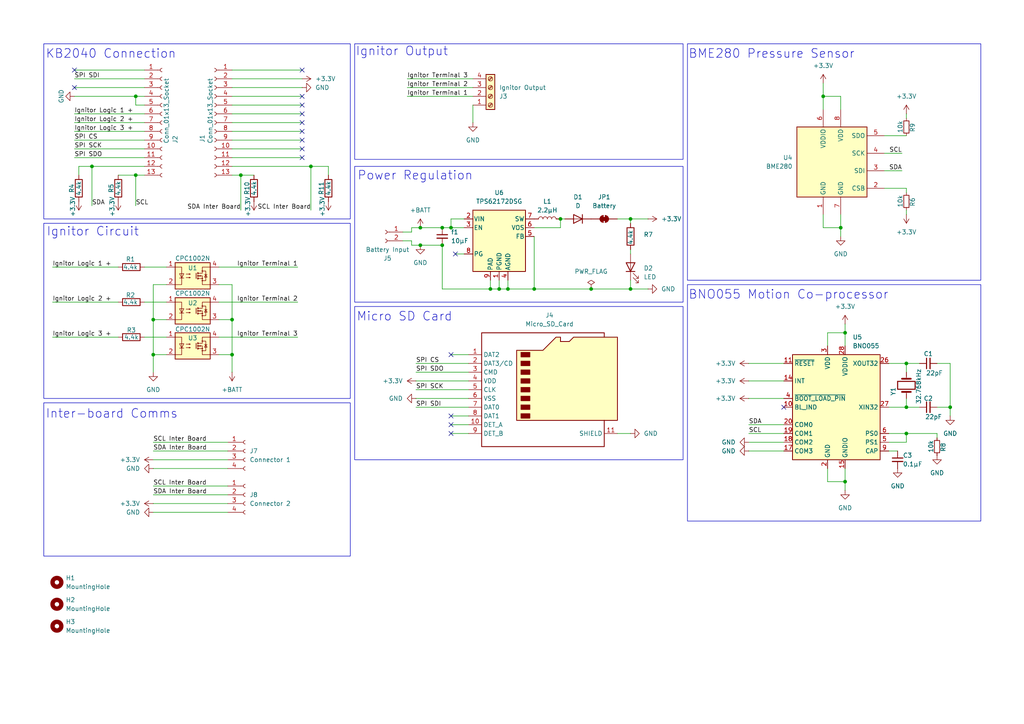
<source format=kicad_sch>
(kicad_sch (version 20231120) (generator "eeschema") (generator_version "8.0")
  (paper "A4")
  (title_block (title "UNL Aerospace Flight Computer") (date "2024-08-02") (rev "0.1.0"))
  (lib_symbols
    (symbol "Connector:Conn_01x02_Socket" (pin_names (offset 1.016) hide)
      (property "Reference" "J" (at 0 2.54 0))
      (property "Value" "Conn_01x02_Socket" (at 0 -5.08 0))
      (symbol "Conn_01x02_Socket_1_1"
        (pin passive line (at -5.08 0 0) (length 3.81) (name "Pin_1") (number "1"))
        (pin passive line (at -5.08 -2.54 0) (length 3.81) (name "Pin_2") (number "2"))
      )
    )
    (symbol "Connector:Conn_01x04_Socket" (pin_names (offset 1.016) hide)
      (property "Reference" "J" (at 0 5.08 0))
      (property "Value" "Conn_01x04_Socket" (at 0 -7.62 0))
      (symbol "Conn_01x04_Socket_1_1"
        (pin passive line (at -5.08 2.54 0) (length 3.81) (name "Pin_1") (number "1"))
        (pin passive line (at -5.08 0 0) (length 3.81) (name "Pin_2") (number "2"))
        (pin passive line (at -5.08 -2.54 0) (length 3.81) (name "Pin_3") (number "3"))
        (pin passive line (at -5.08 -5.08 0) (length 3.81) (name "Pin_4") (number "4"))
      )
    )
    (symbol "Connector:Conn_01x13_Socket" (pin_names (offset 1.016) hide)
      (property "Reference" "J" (at 0 17.78 0))
      (property "Value" "Conn_01x13_Socket" (at 0 -17.78 0))
      (symbol "Conn_01x13_Socket_1_1"
        (pin passive line (at -5.08 15.24 0) (length 3.81) (name "Pin_1") (number "1"))
        (pin passive line (at -5.08 -7.62 0) (length 3.81) (name "Pin_10") (number "10"))
        (pin passive line (at -5.08 -10.16 0) (length 3.81) (name "Pin_11") (number "11"))
        (pin passive line (at -5.08 -12.7 0) (length 3.81) (name "Pin_12") (number "12"))
        (pin passive line (at -5.08 -15.24 0) (length 3.81) (name "Pin_13") (number "13"))
        (pin passive line (at -5.08 12.7 0) (length 3.81) (name "Pin_2") (number "2"))
        (pin passive line (at -5.08 10.16 0) (length 3.81) (name "Pin_3") (number "3"))
        (pin passive line (at -5.08 7.62 0) (length 3.81) (name "Pin_4") (number "4"))
        (pin passive line (at -5.08 5.08 0) (length 3.81) (name "Pin_5") (number "5"))
        (pin passive line (at -5.08 2.54 0) (length 3.81) (name "Pin_6") (number "6"))
        (pin passive line (at -5.08 0 0) (length 3.81) (name "Pin_7") (number "7"))
        (pin passive line (at -5.08 -2.54 0) (length 3.81) (name "Pin_8") (number "8"))
        (pin passive line (at -5.08 -5.08 0) (length 3.81) (name "Pin_9") (number "9"))
      )
    )
    (symbol "Connector:Micro_SD_Card_Det_Hirose_DM3AT"
      (property "Reference" "J" (at -16.51 17.78 0))
      (property "Value" "Micro_SD_Card_Det_Hirose_DM3AT" (at 16.51 17.78 0))
      (symbol "Micro_SD_Card_Det_Hirose_DM3AT_1_1"
        (pin bidirectional line (at -22.86 10.16 0) (length 3.81) (name "DAT2") (number "1"))
        (pin passive line (at -22.86 -10.16 0) (length 3.81) (name "DET_A") (number "10"))
        (pin passive line (at 20.32 -12.7 180) (length 3.81) (name "SHIELD") (number "11"))
        (pin bidirectional line (at -22.86 7.62 0) (length 3.81) (name "DAT3/CD") (number "2"))
        (pin input line (at -22.86 5.08 0) (length 3.81) (name "CMD") (number "3"))
        (pin power_in line (at -22.86 2.54 0) (length 3.81) (name "VDD") (number "4"))
        (pin input line (at -22.86 0 0) (length 3.81) (name "CLK") (number "5"))
        (pin power_in line (at -22.86 -2.54 0) (length 3.81) (name "VSS") (number "6"))
        (pin bidirectional line (at -22.86 -5.08 0) (length 3.81) (name "DAT0") (number "7"))
        (pin bidirectional line (at -22.86 -7.62 0) (length 3.81) (name "DAT1") (number "8"))
        (pin passive line (at -22.86 -12.7 0) (length 3.81) (name "DET_B") (number "9"))
      )
    )
    (symbol "Connector:Screw_Terminal_01x04" (pin_names (offset 1.016) hide)
      (property "Reference" "J" (at 0 5.08 0))
      (property "Value" "Screw_Terminal_01x04" (at 0 -7.62 0))
      (symbol "Screw_Terminal_01x04_1_1"
        (pin passive line (at -5.08 2.54 0) (length 3.81) (name "Pin_1") (number "1"))
        (pin passive line (at -5.08 0 0) (length 3.81) (name "Pin_2") (number "2"))
        (pin passive line (at -5.08 -2.54 0) (length 3.81) (name "Pin_3") (number "3"))
        (pin passive line (at -5.08 -5.08 0) (length 3.81) (name "Pin_4") (number "4"))
      )
    )
    (symbol "Device:C_Small" (pin_numbers hide) (pin_names (offset 0.254) hide)
      (property "Reference" "C" (at 0.254 1.778 0))
      (property "Value" "C_Small" (at 0.254 -2.032 0))
      (symbol "C_Small_1_1"
        (pin passive line (at 0 2.54 270) (length 2.032) (name "~") (number "1"))
        (pin passive line (at 0 -2.54 90) (length 2.032) (name "~") (number "2"))
      )
    )
    (symbol "Device:Crystal" (pin_numbers hide) (pin_names (offset 1.016) hide)
      (property "Reference" "Y" (at 0 3.81 0))
      (property "Value" "Crystal" (at 0 -3.81 0))
      (symbol "Crystal_1_1"
        (pin passive line (at -3.81 0 0) (length 1.27) (name "1") (number "1"))
        (pin passive line (at 3.81 0 180) (length 1.27) (name "2") (number "2"))
      )
    )
    (symbol "Device:D" (pin_numbers hide) (pin_names (offset 1.016) hide)
      (property "Reference" "D" (at 0 2.54 0))
      (property "Value" "D" (at 0 -2.54 0))
      (symbol "D_1_1"
        (pin passive line (at -3.81 0 0) (length 2.54) (name "K") (number "1"))
        (pin passive line (at 3.81 0 180) (length 2.54) (name "A") (number "2"))
      )
    )
    (symbol "Device:L" (pin_numbers hide) (pin_names (offset 1.016) hide)
      (property "Reference" "L" (at -1.27 0 90))
      (property "Value" "L" (at 1.905 0 90))
      (symbol "L_1_1"
        (pin passive line (at 0 3.81 270) (length 1.27) (name "1") (number "1"))
        (pin passive line (at 0 -3.81 90) (length 1.27) (name "2") (number "2"))
      )
    )
    (symbol "Device:LED" (pin_numbers hide) (pin_names (offset 1.016) hide)
      (property "Reference" "D" (at 0 2.54 0))
      (property "Value" "LED" (at 0 -2.54 0))
      (symbol "LED_1_1"
        (pin passive line (at -3.81 0 0) (length 2.54) (name "K") (number "1"))
        (pin passive line (at 3.81 0 180) (length 2.54) (name "A") (number "2"))
      )
    )
    (symbol "Device:R" (pin_numbers hide) (pin_names (offset 0))
      (property "Reference" "R" (at 2.032 0 90))
      (property "Value" "R" (at 0 0 90))
      (symbol "R_1_1"
        (pin passive line (at 0 3.81 270) (length 1.27) (name "~") (number "1"))
        (pin passive line (at 0 -3.81 90) (length 1.27) (name "~") (number "2"))
      )
    )
    (symbol "Device:R_Small" (pin_numbers hide) (pin_names (offset 0.254) hide)
      (property "Reference" "R" (at 0.762 0.508 0))
      (property "Value" "R_Small" (at 0.762 -1.016 0))
      (symbol "R_Small_1_1"
        (pin passive line (at 0 2.54 270) (length 0.762) (name "~") (number "1"))
        (pin passive line (at 0 -2.54 90) (length 0.762) (name "~") (number "2"))
      )
    )
    (symbol "Jumper:SolderJumper_2_Bridged" (pin_numbers hide) (pin_names (offset 0) hide) (exclude_from_sim yes) (in_bom no)
      (property "Reference" "JP" (at 0 2.032 0))
      (property "Value" "SolderJumper_2_Bridged" (at 0 -2.54 0))
      (symbol "SolderJumper_2_Bridged_1_1"
        (pin passive line (at -3.81 0 0) (length 2.54) (name "A") (number "1"))
        (pin passive line (at 3.81 0 180) (length 2.54) (name "B") (number "2"))
      )
    )
    (symbol "Mechanical:MountingHole" (pin_names (offset 1.016)) (exclude_from_sim yes) (in_bom no)
      (property "Reference" "H" (at 0 5.08 0))
      (property "Value" "MountingHole" (at 0 3.175 0))
    )
    (symbol "Regulator_Switching:TPS62172DSG" (pin_names (offset 0.254))
      (property "Reference" "U" (at -7.62 11.43 0))
      (property "Value" "TPS62172DSG" (at -1.27 11.43 0))
      (symbol "TPS62172DSG_1_1"
        (pin power_in line (at 0 -10.16 90) (length 2.54) (name "PGND") (number "1"))
        (pin power_in line (at -10.16 7.62 0) (length 2.54) (name "VIN") (number "2"))
        (pin input line (at -10.16 5.08 0) (length 2.54) (name "EN") (number "3"))
        (pin power_in line (at 2.54 -10.16 90) (length 2.54) (name "AGND") (number "4"))
        (pin input line (at 10.16 2.54 180) (length 2.54) (name "FB") (number "5"))
        (pin input line (at 10.16 5.08 180) (length 2.54) (name "VOS") (number "6"))
        (pin output line (at 10.16 7.62 180) (length 2.54) (name "SW") (number "7"))
        (pin open_collector line (at -10.16 -2.54 0) (length 2.54) (name "PG") (number "8"))
        (pin power_in line (at -2.54 -10.16 90) (length 2.54) (name "PAD") (number "9"))
      )
    )
    (symbol "Relay_SolidState:CPC1002N"
      (property "Reference" "U" (at -5.08 5.08 0))
      (property "Value" "CPC1002N" (at 0 5.08 0))
      (symbol "CPC1002N_1_1"
        (pin passive line (at -7.62 2.54 0) (length 2.54) (name "~") (number "1"))
        (pin passive line (at -7.62 -2.54 0) (length 2.54) (name "~") (number "2"))
        (pin passive line (at 7.62 -2.54 180) (length 2.54) (name "~") (number "3"))
        (pin passive line (at 7.62 2.54 180) (length 2.54) (name "~") (number "4"))
      )
    )
    (symbol "Sensor:BME280"
      (property "Reference" "U" (at -8.89 11.43 0))
      (property "Value" "BME280" (at 7.62 11.43 0))
      (symbol "BME280_1_1"
        (pin power_in line (at -2.54 -15.24 90) (length 5.08) (name "GND") (number "1"))
        (pin input line (at 15.24 -7.62 180) (length 5.08) (name "CSB") (number "2"))
        (pin bidirectional line (at 15.24 -2.54 180) (length 5.08) (name "SDI") (number "3"))
        (pin input line (at 15.24 2.54 180) (length 5.08) (name "SCK") (number "4"))
        (pin bidirectional line (at 15.24 7.62 180) (length 5.08) (name "SDO") (number "5"))
        (pin power_in line (at -2.54 15.24 270) (length 5.08) (name "VDDIO") (number "6"))
        (pin power_in line (at 2.54 -15.24 90) (length 5.08) (name "GND") (number "7"))
        (pin power_in line (at 2.54 15.24 270) (length 5.08) (name "VDD") (number "8"))
      )
    )
    (symbol "Sensor_Motion:BNO055"
      (property "Reference" "U" (at -11.43 16.51 0))
      (property "Value" "BNO055" (at 12.7 16.51 0))
      (symbol "BNO055_1_1"
        (pin no_connect line (at -12.7 10.16 0) (length 2.54) hide (name "PIN1") (number "1"))
        (pin output line (at -15.24 0 0) (length 2.54) (name "BL_IND") (number "10"))
        (pin input line (at -15.24 12.7 0) (length 2.54) (name "~{RESET}") (number "11"))
        (pin no_connect line (at 12.7 10.16 180) (length 2.54) hide (name "PIN12") (number "12"))
        (pin no_connect line (at 12.7 7.62 180) (length 2.54) hide (name "PIN13") (number "13"))
        (pin output line (at -15.24 7.62 0) (length 2.54) (name "INT") (number "14"))
        (pin power_in line (at 2.54 -17.78 90) (length 2.54) (name "GNDIO") (number "15"))
        (pin passive line (at 2.54 -17.78 90) (length 2.54) hide (name "GNDIO") (number "16"))
        (pin input line (at -15.24 -12.7 0) (length 2.54) (name "COM3") (number "17"))
        (pin passive line (at -15.24 -10.16 0) (length 2.54) (name "COM2") (number "18"))
        (pin bidirectional line (at -15.24 -7.62 0) (length 2.54) (name "COM1") (number "19"))
        (pin power_in line (at -2.54 -17.78 90) (length 2.54) (name "GND") (number "2"))
        (pin bidirectional line (at -15.24 -5.08 0) (length 2.54) (name "COM0") (number "20"))
        (pin no_connect line (at 12.7 5.08 180) (length 2.54) hide (name "PIN21") (number "21"))
        (pin no_connect line (at 12.7 2.54 180) (length 2.54) hide (name "PIN22") (number "22"))
        (pin no_connect line (at 12.7 -2.54 180) (length 2.54) hide (name "PIN23") (number "23"))
        (pin no_connect line (at 12.7 -5.08 180) (length 2.54) hide (name "PIN24") (number "24"))
        (pin passive line (at 2.54 -17.78 90) (length 2.54) hide (name "GNDIO") (number "25"))
        (pin output line (at 15.24 12.7 180) (length 2.54) (name "XOUT32") (number "26"))
        (pin input line (at 15.24 0 180) (length 2.54) (name "XIN32") (number "27"))
        (pin power_in line (at 2.54 17.78 270) (length 2.54) (name "VDDIO") (number "28"))
        (pin power_in line (at -2.54 17.78 270) (length 2.54) (name "VDD") (number "3"))
        (pin input line (at -15.24 2.54 0) (length 2.54) (name "~{BOOT_LOAD_PIN}") (number "4"))
        (pin input line (at 15.24 -10.16 180) (length 2.54) (name "PS1") (number "5"))
        (pin input line (at 15.24 -7.62 180) (length 2.54) (name "PS0") (number "6"))
        (pin no_connect line (at -12.7 5.08 0) (length 2.54) hide (name "PIN7") (number "7"))
        (pin no_connect line (at -12.7 -2.54 0) (length 2.54) hide (name "PIN8") (number "8"))
        (pin passive line (at 15.24 -12.7 180) (length 2.54) (name "CAP") (number "9"))
      )
    )
    (symbol "power:+3.3V" (power) (pin_numbers hide) (pin_names (offset 0) hide)
      (property "Value" "+3.3V" (at 0 3.556 0))
      (symbol "+3.3V_1_1"
        (pin power_in line (at 0 0 90) (length 0) (name "~") (number "1"))
      )
    )
    (symbol "power:+BATT" (power) (pin_numbers hide) (pin_names (offset 0) hide)
      (property "Value" "+BATT" (at 0 3.556 0))
      (symbol "+BATT_1_1"
        (pin power_in line (at 0 0 90) (length 0) (name "~") (number "1"))
      )
    )
    (symbol "power:GND" (power) (pin_numbers hide) (pin_names (offset 0) hide)
      (property "Value" "GND" (at 0 -3.81 0))
      (symbol "GND_1_1"
        (pin power_in line (at 0 0 270) (length 0) (name "~") (number "1"))
      )
    )
    (symbol "power:PWR_FLAG" (power) (pin_numbers hide) (pin_names (offset 0) hide)
      (property "Value" "PWR_FLAG" (at 0 3.81 0))
      (symbol "PWR_FLAG_0_0"
        (pin power_out line (at 0 0 90) (length 0) (name "~") (number "1"))
      )
    )
  )
  (junction (at 147.32 83.82))
  (junction (at 275.59 118.11))
  (junction (at 69.85 50.8))
  (junction (at 245.11 139.7))
  (junction (at 130.81 66.04))
  (junction (at 128.27 71.12))
  (junction (at 128.27 66.04))
  (junction (at 182.88 63.5))
  (junction (at 44.45 92.71))
  (junction (at 144.78 83.82))
  (junction (at 26.67 48.26))
  (junction (at 262.89 125.73))
  (junction (at 182.88 83.82))
  (junction (at 238.76 27.94))
  (junction (at 121.92 66.04))
  (junction (at 171.45 83.82))
  (junction (at 39.37 50.8))
  (junction (at 243.84 66.04))
  (junction (at 67.31 92.71))
  (junction (at 262.89 105.41))
  (junction (at 142.24 83.82))
  (junction (at 162.56 63.5))
  (junction (at 90.17 48.26))
  (junction (at 67.31 102.87))
  (junction (at 245.11 96.52))
  (junction (at 121.92 71.12))
  (junction (at 154.94 83.82))
  (junction (at 44.45 102.87))
  (junction (at 39.37 27.94))
  (junction (at 262.89 118.11))
  (no_connect (at 87.63 43.18))
  (no_connect (at 21.59 20.32))
  (no_connect (at 21.59 25.4))
  (no_connect (at 87.63 40.64))
  (no_connect (at 87.63 27.94))
  (no_connect (at 130.81 125.73))
  (no_connect (at 87.63 35.56))
  (no_connect (at 130.81 123.19))
  (no_connect (at 227.33 118.11))
  (no_connect (at 87.63 45.72))
  (no_connect (at 87.63 30.48))
  (no_connect (at 130.81 102.87))
  (no_connect (at 130.81 120.65))
  (no_connect (at 87.63 20.32))
  (no_connect (at 132.08 73.66))
  (no_connect (at 87.63 38.1))
  (no_connect (at 87.63 33.02))
  (wire (pts (xy 137.16 30.48) (xy 137.16 35.56)))
  (wire (pts (xy 34.29 50.8) (xy 39.37 50.8)))
  (wire (pts (xy 142.24 83.82) (xy 128.27 83.82)))
  (wire (pts (xy 262.89 125.73) (xy 271.78 125.73)))
  (wire (pts (xy 44.45 148.59) (xy 66.04 148.59)))
  (wire (pts (xy 120.65 113.03) (xy 135.89 113.03)))
  (wire (pts (xy 67.31 22.86) (xy 87.63 22.86)))
  (wire (pts (xy 44.45 92.71) (xy 48.26 92.71)))
  (wire (pts (xy 67.31 82.55) (xy 67.31 92.71)))
  (wire (pts (xy 118.11 25.4) (xy 137.16 25.4)))
  (wire (pts (xy 262.89 105.41) (xy 266.7 105.41)))
  (wire (pts (xy 256.54 54.61) (xy 262.89 54.61)))
  (wire (pts (xy 120.65 105.41) (xy 135.89 105.41)))
  (wire (pts (xy 44.45 128.27) (xy 66.04 128.27)))
  (wire (pts (xy 41.91 27.94) (xy 39.37 27.94)))
  (wire (pts (xy 130.81 120.65) (xy 135.89 120.65)))
  (wire (pts (xy 217.17 128.27) (xy 227.33 128.27)))
  (wire (pts (xy 120.65 107.95) (xy 135.89 107.95)))
  (wire (pts (xy 63.5 77.47) (xy 86.36 77.47)))
  (wire (pts (xy 257.81 118.11) (xy 262.89 118.11)))
  (wire (pts (xy 120.65 110.49) (xy 135.89 110.49)))
  (wire (pts (xy 130.81 63.5) (xy 134.62 63.5)))
  (wire (pts (xy 121.92 66.04) (xy 128.27 66.04)))
  (wire (pts (xy 67.31 40.64) (xy 87.63 40.64)))
  (wire (pts (xy 119.38 69.85) (xy 119.38 71.12)))
  (wire (pts (xy 243.84 31.75) (xy 243.84 27.94)))
  (wire (pts (xy 119.38 66.04) (xy 121.92 66.04)))
  (wire (pts (xy 182.88 72.39) (xy 182.88 73.66)))
  (wire (pts (xy 67.31 38.1) (xy 87.63 38.1)))
  (wire (pts (xy 130.81 102.87) (xy 135.89 102.87)))
  (wire (pts (xy 262.89 39.37) (xy 256.54 39.37)))
  (wire (pts (xy 15.24 87.63) (xy 34.29 87.63)))
  (wire (pts (xy 44.45 102.87) (xy 48.26 102.87)))
  (wire (pts (xy 116.84 69.85) (xy 119.38 69.85)))
  (wire (pts (xy 182.88 64.77) (xy 182.88 63.5)))
  (wire (pts (xy 217.17 110.49) (xy 227.33 110.49)))
  (wire (pts (xy 44.45 143.51) (xy 66.04 143.51)))
  (wire (pts (xy 21.59 33.02) (xy 41.91 33.02)))
  (wire (pts (xy 240.03 100.33) (xy 240.03 96.52)))
  (wire (pts (xy 275.59 118.11) (xy 271.78 118.11)))
  (wire (pts (xy 48.26 82.55) (xy 44.45 82.55)))
  (wire (pts (xy 182.88 63.5) (xy 179.07 63.5)))
  (wire (pts (xy 67.31 102.87) (xy 67.31 107.95)))
  (wire (pts (xy 67.31 43.18) (xy 87.63 43.18)))
  (wire (pts (xy 118.11 22.86) (xy 137.16 22.86)))
  (wire (pts (xy 67.31 30.48) (xy 87.63 30.48)))
  (wire (pts (xy 257.81 105.41) (xy 262.89 105.41)))
  (wire (pts (xy 128.27 66.04) (xy 130.81 66.04)))
  (wire (pts (xy 257.81 125.73) (xy 262.89 125.73)))
  (wire (pts (xy 39.37 30.48) (xy 41.91 30.48)))
  (wire (pts (xy 67.31 92.71) (xy 67.31 102.87)))
  (wire (pts (xy 245.11 139.7) (xy 245.11 135.89)))
  (wire (pts (xy 90.17 48.26) (xy 67.31 48.26)))
  (wire (pts (xy 69.85 50.8) (xy 67.31 50.8)))
  (wire (pts (xy 217.17 105.41) (xy 227.33 105.41)))
  (wire (pts (xy 262.89 54.61) (xy 262.89 55.88)))
  (wire (pts (xy 240.03 139.7) (xy 245.11 139.7)))
  (wire (pts (xy 154.94 66.04) (xy 162.56 66.04)))
  (wire (pts (xy 121.92 71.12) (xy 128.27 71.12)))
  (wire (pts (xy 41.91 97.79) (xy 48.26 97.79)))
  (wire (pts (xy 144.78 83.82) (xy 142.24 83.82)))
  (wire (pts (xy 130.81 125.73) (xy 135.89 125.73)))
  (wire (pts (xy 120.65 115.57) (xy 135.89 115.57)))
  (wire (pts (xy 238.76 27.94) (xy 238.76 31.75)))
  (wire (pts (xy 21.59 38.1) (xy 41.91 38.1)))
  (wire (pts (xy 67.31 20.32) (xy 87.63 20.32)))
  (wire (pts (xy 262.89 34.29) (xy 262.89 33.02)))
  (wire (pts (xy 90.17 60.96) (xy 90.17 48.26)))
  (wire (pts (xy 22.86 50.8) (xy 22.86 48.26)))
  (wire (pts (xy 257.81 130.81) (xy 260.35 130.81)))
  (wire (pts (xy 90.17 48.26) (xy 95.25 48.26)))
  (wire (pts (xy 44.45 135.89) (xy 66.04 135.89)))
  (wire (pts (xy 171.45 83.82) (xy 182.88 83.82)))
  (wire (pts (xy 243.84 66.04) (xy 243.84 68.58)))
  (wire (pts (xy 275.59 118.11) (xy 275.59 120.65)))
  (wire (pts (xy 21.59 20.32) (xy 41.91 20.32)))
  (wire (pts (xy 240.03 96.52) (xy 245.11 96.52)))
  (wire (pts (xy 63.5 97.79) (xy 86.36 97.79)))
  (wire (pts (xy 154.94 68.58) (xy 154.94 83.82)))
  (wire (pts (xy 67.31 27.94) (xy 87.63 27.94)))
  (wire (pts (xy 26.67 59.69) (xy 26.67 48.26)))
  (wire (pts (xy 217.17 123.19) (xy 227.33 123.19)))
  (wire (pts (xy 238.76 62.23) (xy 238.76 66.04)))
  (wire (pts (xy 238.76 24.13) (xy 238.76 27.94)))
  (wire (pts (xy 256.54 49.53) (xy 261.62 49.53)))
  (wire (pts (xy 118.11 27.94) (xy 137.16 27.94)))
  (wire (pts (xy 63.5 92.71) (xy 67.31 92.71)))
  (wire (pts (xy 21.59 25.4) (xy 41.91 25.4)))
  (wire (pts (xy 154.94 83.82) (xy 171.45 83.82)))
  (wire (pts (xy 120.65 118.11) (xy 135.89 118.11)))
  (wire (pts (xy 44.45 140.97) (xy 66.04 140.97)))
  (wire (pts (xy 262.89 118.11) (xy 262.89 115.57)))
  (wire (pts (xy 134.62 66.04) (xy 130.81 66.04)))
  (wire (pts (xy 262.89 118.11) (xy 266.7 118.11)))
  (wire (pts (xy 26.67 48.26) (xy 41.91 48.26)))
  (wire (pts (xy 119.38 71.12) (xy 121.92 71.12)))
  (wire (pts (xy 147.32 83.82) (xy 144.78 83.82)))
  (wire (pts (xy 245.11 93.98) (xy 245.11 96.52)))
  (wire (pts (xy 182.88 81.28) (xy 182.88 83.82)))
  (wire (pts (xy 67.31 33.02) (xy 87.63 33.02)))
  (wire (pts (xy 256.54 44.45) (xy 261.62 44.45)))
  (wire (pts (xy 67.31 25.4) (xy 87.63 25.4)))
  (wire (pts (xy 44.45 107.95) (xy 44.45 102.87)))
  (wire (pts (xy 44.45 92.71) (xy 44.45 102.87)))
  (wire (pts (xy 217.17 125.73) (xy 227.33 125.73)))
  (wire (pts (xy 69.85 60.96) (xy 69.85 50.8)))
  (wire (pts (xy 119.38 67.31) (xy 119.38 66.04)))
  (wire (pts (xy 21.59 22.86) (xy 41.91 22.86)))
  (wire (pts (xy 217.17 115.57) (xy 227.33 115.57)))
  (wire (pts (xy 22.86 48.26) (xy 26.67 48.26)))
  (wire (pts (xy 144.78 81.28) (xy 144.78 83.82)))
  (wire (pts (xy 238.76 66.04) (xy 243.84 66.04)))
  (wire (pts (xy 69.85 50.8) (xy 73.66 50.8)))
  (wire (pts (xy 44.45 130.81) (xy 66.04 130.81)))
  (wire (pts (xy 128.27 83.82) (xy 128.27 71.12)))
  (wire (pts (xy 262.89 107.95) (xy 262.89 105.41)))
  (wire (pts (xy 147.32 83.82) (xy 154.94 83.82)))
  (wire (pts (xy 41.91 87.63) (xy 48.26 87.63)))
  (wire (pts (xy 275.59 105.41) (xy 275.59 118.11)))
  (wire (pts (xy 162.56 66.04) (xy 162.56 63.5)))
  (wire (pts (xy 271.78 125.73) (xy 271.78 127)))
  (wire (pts (xy 15.24 77.47) (xy 34.29 77.47)))
  (wire (pts (xy 21.59 35.56) (xy 41.91 35.56)))
  (wire (pts (xy 67.31 35.56) (xy 87.63 35.56)))
  (wire (pts (xy 63.5 102.87) (xy 67.31 102.87)))
  (wire (pts (xy 39.37 50.8) (xy 41.91 50.8)))
  (wire (pts (xy 262.89 128.27) (xy 257.81 128.27)))
  (wire (pts (xy 245.11 96.52) (xy 245.11 100.33)))
  (wire (pts (xy 262.89 125.73) (xy 262.89 128.27)))
  (wire (pts (xy 132.08 73.66) (xy 134.62 73.66)))
  (wire (pts (xy 21.59 27.94) (xy 39.37 27.94)))
  (wire (pts (xy 39.37 27.94) (xy 39.37 30.48)))
  (wire (pts (xy 67.31 45.72) (xy 87.63 45.72)))
  (wire (pts (xy 271.78 105.41) (xy 275.59 105.41)))
  (wire (pts (xy 44.45 133.35) (xy 66.04 133.35)))
  (wire (pts (xy 63.5 82.55) (xy 67.31 82.55)))
  (wire (pts (xy 245.11 139.7) (xy 245.11 142.24)))
  (wire (pts (xy 240.03 135.89) (xy 240.03 139.7)))
  (wire (pts (xy 39.37 50.8) (xy 39.37 59.69)))
  (wire (pts (xy 116.84 67.31) (xy 119.38 67.31)))
  (wire (pts (xy 21.59 43.18) (xy 41.91 43.18)))
  (wire (pts (xy 179.07 125.73) (xy 182.88 125.73)))
  (wire (pts (xy 182.88 63.5) (xy 187.96 63.5)))
  (wire (pts (xy 44.45 146.05) (xy 66.04 146.05)))
  (wire (pts (xy 21.59 40.64) (xy 41.91 40.64)))
  (wire (pts (xy 41.91 77.47) (xy 48.26 77.47)))
  (wire (pts (xy 262.89 60.96) (xy 262.89 62.23)))
  (wire (pts (xy 182.88 83.82) (xy 187.96 83.82)))
  (wire (pts (xy 227.33 130.81) (xy 217.17 130.81)))
  (wire (pts (xy 44.45 82.55) (xy 44.45 92.71)))
  (wire (pts (xy 162.56 63.5) (xy 163.83 63.5)))
  (wire (pts (xy 15.24 97.79) (xy 34.29 97.79)))
  (wire (pts (xy 243.84 27.94) (xy 238.76 27.94)))
  (wire (pts (xy 142.24 81.28) (xy 142.24 83.82)))
  (wire (pts (xy 147.32 81.28) (xy 147.32 83.82)))
  (wire (pts (xy 243.84 66.04) (xy 243.84 62.23)))
  (wire (pts (xy 130.81 123.19) (xy 135.89 123.19)))
  (wire (pts (xy 63.5 87.63) (xy 86.36 87.63)))
  (wire (pts (xy 130.81 66.04) (xy 130.81 63.5)))
  (wire (pts (xy 21.59 45.72) (xy 41.91 45.72)))
  (wire (pts (xy 95.25 50.8) (xy 95.25 48.26)))
  (rectangle (start 102.87 12.7) (end 198.12 46.228))
  (rectangle (start 199.39 82.55) (end 284.48 151.13))
  (rectangle (start 12.7 12.7) (end 101.6 63.5))
  (rectangle (start 102.87 88.9) (end 198.12 133.35))
  (rectangle (start 102.87 48.26) (end 198.12 87.63))
  (rectangle (start 12.7 64.77) (end 101.6 115.57))
  (rectangle (start 199.39 12.7) (end 284.48 81.28))
  (rectangle (start 12.7 116.84) (end 101.6 161.29))
  (text "Inter-board Comms" (at 13.208 118.618 0) (effects (font (size 2.54 2.54)) (justify left top)))
  (text "Micro SD Card" (at 103.378 90.424 0) (effects (font (size 2.54 2.54)) (justify left top)))
  (text "Ignitor Circuit" (at 13.462 65.786 0) (effects (font (size 2.54 2.54)) (justify left top)))
  (text "Power Regulation" (at 103.632 49.53 0) (effects (font (size 2.54 2.54)) (justify left top)))
  (text "KB2040 Connection" (at 13.208 14.224 0) (effects (font (size 2.54 2.54)) (justify left top)))
  (text "BME280 Pressure Sensor" (at 199.644 14.224 0) (effects (font (size 2.54 2.54)) (justify left top)))
  (text "Ignitor Output" (at 116.586 14.986 0) (effects (font (size 2.54 2.54))))
  (text "BNO055 Motion Co-processor" (at 199.644 84.074 0) (effects (font (size 2.54 2.54)) (justify left top)))
  (label "Ignitor Logic 1 +" (at 15.24 77.47 0))
  (label "Ignitor Logic 3 +" (at 15.24 97.79 0))
  (label "SPI SDI" (at 120.65 118.11 0))
  (label "Ignitor Terminal 2" (at 118.11 25.4 0))
  (label "Ignitor Terminal 1" (at 86.36 77.47 180))
  (label "SDA" (at 217.17 123.19 0))
  (label "SPI SCK" (at 21.59 43.18 0))
  (label "SCL" (at 39.37 59.69 0))
  (label "SPI SCK" (at 120.65 113.03 0))
  (label "SDA" (at 26.67 59.69 0))
  (label "SCL" (at 217.17 125.73 0))
  (label "SPI CS" (at 21.59 40.64 0))
  (label "SPI SDO" (at 120.65 107.95 0))
  (label "SDA Inter Board" (at 44.45 143.51 0))
  (label "SCL Inter Board" (at 44.45 128.27 0))
  (label "Ignitor Terminal 3" (at 118.11 22.86 0))
  (label "Ignitor Logic 1 +" (at 21.59 33.02 0))
  (label "Ignitor Terminal 2" (at 86.36 87.63 180))
  (label "Ignitor Terminal 3" (at 86.36 97.79 180))
  (label "Ignitor Terminal 1" (at 118.11 27.94 0))
  (label "SDA Inter Board" (at 44.45 130.81 0))
  (label "SPI SDI" (at 21.59 22.86 0))
  (label "SPI CS" (at 120.65 105.41 0))
  (label "SCL Inter Board" (at 90.17 60.96 180))
  (label "SPI SDO" (at 21.59 45.72 0))
  (label "SCL Inter Board" (at 44.45 140.97 0))
  (label "Ignitor Logic 2 +" (at 21.59 35.56 0))
  (label "SCL" (at 261.62 44.45 180))
  (label "SDA" (at 261.62 49.53 180))
  (label "Ignitor Logic 2 +" (at 15.24 87.63 0))
  (label "SDA Inter Board" (at 69.85 60.96 180))
  (label "Ignitor Logic 3 +" (at 21.59 38.1 0))
  (symbol (lib_id "power:+3.3V") (at 34.29 58.42 180) (unit 1)
    (property "Reference" "#PWR08" (effects (hide yes)))
    (property "Value" "+3.3V" (at 32.512 59.944 90))
    (property "Description" "Power symbol creates a global label with name \"+3.3V\"" (effects (hide yes)))
  )
  (symbol (lib_id "power:GND") (at 187.96 83.82 90) (unit 1)
    (property "Reference" "#PWR026" (effects (hide yes)))
    (property "Value" "GND" (at 191.77 83.8199 90) (effects (justify right)))
    (property "Description" "Power symbol creates a global label with name \"GND\" , ground" (effects (hide yes)))
  )
  (symbol (lib_id "power:GND") (at 121.92 71.12 0) (unit 1)
    (property "Reference" "#PWR022" (effects (hide yes)))
    (property "Value" "GND" (at 121.92 76.2 0))
    (property "Description" "Power symbol creates a global label with name \"GND\" , ground" (effects (hide yes)))
  )
  (symbol (lib_id "Relay_SolidState:CPC1002N") (at 55.88 100.33 0) (unit 1)
    (property "Reference" "U3" (at 55.88 98.044 0))
    (property "Value" "CPC1002N" (at 55.88 95.504 0))
    (property "Footprint" "Package_SO:SOP-4_3.8x4.1mm_P2.54mm" (effects (hide yes)))
    (property "Datasheet" "http://www.ixysic.com/home/pdfs.nsf/www/CPC1002N.pdf/$file/CPC1002N.pdf" (effects (hide yes)))
    (property "Description" "Form A, Solid State Relay (Photo MOSFET) 60V, 0.7A, 0.55Ohm, SOP-4" (effects (hide yes)))
  )
  (symbol (lib_id "Device:R") (at 34.29 54.61 180) (unit 1)
    (property "Reference" "R5" (at 32.258 54.61 90))
    (property "Value" "4.4k" (at 34.29 54.61 90))
    (property "Footprint" "Resistor_SMD:R_0603_1608Metric_Pad0.98x0.95mm_HandSolder" (effects (hide yes)))
    (property "Description" "Resistor" (effects (hide yes)))
  )
  (symbol (lib_id "power:GND") (at 44.45 107.95 0) (unit 1)
    (property "Reference" "#PWR01" (effects (hide yes)))
    (property "Value" "GND" (at 44.45 113.03 0))
    (property "Description" "Power symbol creates a global label with name \"GND\" , ground" (effects (hide yes)))
  )
  (symbol (lib_id "Device:R") (at 38.1 77.47 90) (unit 1)
    (property "Reference" "R1" (at 37.846 75.184 90))
    (property "Value" "4.4k" (at 37.846 77.47 90))
    (property "Footprint" "Resistor_SMD:R_0603_1608Metric_Pad0.98x0.95mm_HandSolder" (effects (hide yes)))
    (property "Description" "Resistor" (effects (hide yes)))
  )
  (symbol (lib_id "Mechanical:MountingHole") (at 16.51 175.26 0) (unit 1) (exclude_from_sim yes) (in_bom no)
    (property "Reference" "H2" (at 19.05 173.9899 0) (effects (justify left)))
    (property "Value" "MountingHole" (at 19.05 176.5299 0) (effects (justify left)))
    (property "Footprint" "MountingHole:MountingHole_2.2mm_M2_ISO7380_Pad" (effects (hide yes)))
    (property "Description" "Mounting Hole without connection" (effects (hide yes)))
  )
  (symbol (lib_id "power:GND") (at 44.45 135.89 270) (unit 1)
    (property "Reference" "#PWR031" (effects (hide yes)))
    (property "Value" "GND" (at 40.64 135.8899 90) (effects (justify right)))
    (property "Description" "Power symbol creates a global label with name \"GND\" , ground" (effects (hide yes)))
  )
  (symbol (lib_id "Connector:Conn_01x04_Socket") (at 71.12 143.51 0) (unit 1)
    (property "Reference" "J8" (at 72.39 143.5099 0) (effects (justify left)))
    (property "Value" "Connector 2" (at 72.39 146.0499 0) (effects (justify left)))
    (property "Footprint" "G2Custom:JST_SH_BM04B-SRSS-TB_1x04-1MP_P1.00mm_Vertical-CUSTOM" (effects (hide yes)))
    (property "Description" "Generic connector, single row, 01x04, script generated" (effects (hide yes)))
  )
  (symbol (lib_id "power:+3.3V") (at 238.76 24.13 0) (unit 1)
    (property "Reference" "#PWR07" (effects (hide yes)))
    (property "Value" "+3.3V" (at 238.76 19.05 0))
    (property "Description" "Power symbol creates a global label with name \"+3.3V\"" (effects (hide yes)))
  )
  (symbol (lib_id "Device:R_Small") (at 262.89 36.83 0) (unit 1)
    (property "Reference" "R9" (at 264.668 38.354 90) (effects (justify left)))
    (property "Value" "10k" (at 261.112 38.608 90) (effects (justify left)))
    (property "Footprint" "Resistor_SMD:R_0603_1608Metric_Pad0.98x0.95mm_HandSolder" (effects (hide yes)))
    (property "Description" "Resistor, small symbol" (effects (hide yes)))
  )
  (symbol (lib_id "Relay_SolidState:CPC1002N") (at 55.88 80.01 0) (unit 1)
    (property "Reference" "U1" (at 55.88 77.724 0))
    (property "Value" "CPC1002N" (at 55.88 74.93 0))
    (property "Footprint" "Package_SO:SOP-4_3.8x4.1mm_P2.54mm" (effects (hide yes)))
    (property "Datasheet" "http://www.ixysic.com/home/pdfs.nsf/www/CPC1002N.pdf/$file/CPC1002N.pdf" (effects (hide yes)))
    (property "Description" "Form A, Solid State Relay (Photo MOSFET) 60V, 0.7A, 0.55Ohm, SOP-4" (effects (hide yes)))
  )
  (symbol (lib_id "power:+3.3V") (at 187.96 63.5 270) (unit 1)
    (property "Reference" "#PWR025" (effects (hide yes)))
    (property "Value" "+3.3V" (at 191.77 63.4999 90) (effects (justify left)))
    (property "Description" "Power symbol creates a global label with name \"+3.3V\"" (effects (hide yes)))
  )
  (symbol (lib_id "Connector:Conn_01x13_Socket") (at 62.23 35.56 0) (mirror y) (unit 1)
    (property "Reference" "J1" (at 58.674 41.402 90) (effects (justify left)))
    (property "Value" "Conn_01x13_Socket" (at 60.96 41.656 90) (effects (justify left)))
    (property "Footprint" "Connector_PinHeader_2.54mm:PinHeader_1x13_P2.54mm_Vertical" (effects (hide yes)))
    (property "Description" "Generic connector, single row, 01x13, script generated" (effects (hide yes)))
  )
  (symbol (lib_id "Jumper:SolderJumper_2_Bridged") (at 175.26 63.5 0) (unit 1) (exclude_from_sim yes) (in_bom no)
    (property "Reference" "JP1" (at 175.26 57.15 0))
    (property "Value" "Battery" (at 175.26 59.69 0))
    (property "Footprint" "Jumper:SolderJumper-2_P1.3mm_Bridged_Pad1.0x1.5mm" (effects (hide yes)))
    (property "Description" "Solder Jumper, 2-pole, closed/bridged" (effects (hide yes)))
  )
  (symbol (lib_id "power:GND") (at 245.11 142.24 0) (unit 1)
    (property "Reference" "#PWR019" (effects (hide yes)))
    (property "Value" "GND" (at 245.11 147.32 0))
    (property "Description" "Power symbol creates a global label with name \"GND\" , ground" (effects (hide yes)))
  )
  (symbol (lib_id "power:GND") (at 243.84 68.58 0) (unit 1)
    (property "Reference" "#PWR04" (effects (hide yes)))
    (property "Value" "GND" (at 243.84 73.66 0))
    (property "Description" "Power symbol creates a global label with name \"GND\" , ground" (effects (hide yes)))
  )
  (symbol (lib_id "Connector:Screw_Terminal_01x04") (at 142.24 27.94 0) (mirror x) (unit 1)
    (property "Reference" "J3" (at 144.78 27.9401 0) (effects (justify left)))
    (property "Value" "Ignitor Output" (at 144.78 25.4001 0) (effects (justify left)))
    (property "Footprint" "TerminalBlock_Phoenix:TerminalBlock_Phoenix_MPT-0,5-4-2.54_1x04_P2.54mm_Horizontal" (effects (hide yes)))
    (property "Description" "Generic screw terminal, single row, 01x04, script generated (kicad-library-utils/schlib/autogen/connector/)" (effects (hide yes)))
  )
  (symbol (lib_id "power:GND") (at 87.63 25.4 90) (unit 1)
    (property "Reference" "#PWR02" (effects (hide yes)))
    (property "Value" "GND" (at 91.44 25.3999 90) (effects (justify right)))
    (property "Description" "Power symbol creates a global label with name \"GND\" , ground" (effects (hide yes)))
  )
  (symbol (lib_id "Device:C_Small") (at 260.35 133.35 0) (unit 1)
    (property "Reference" "C3" (at 261.874 132.08 0) (effects (justify left)))
    (property "Value" "0.1µF" (at 261.874 134.62 0) (effects (justify left)))
    (property "Footprint" "Capacitor_SMD:C_0603_1608Metric_Pad1.08x0.95mm_HandSolder" (effects (hide yes)))
    (property "Description" "Unpolarized capacitor, small symbol" (effects (hide yes)))
  )
  (symbol (lib_id "Device:C_Small") (at 269.24 118.11 90) (unit 1)
    (property "Reference" "C2" (at 269.24 115.57 90))
    (property "Value" "22pF" (at 270.764 120.904 90))
    (property "Footprint" "Capacitor_SMD:C_0603_1608Metric_Pad1.08x0.95mm_HandSolder" (effects (hide yes)))
    (property "Description" "Unpolarized capacitor, small symbol" (effects (hide yes)))
  )
  (symbol (lib_id "Sensor_Motion:BNO055") (at 242.57 118.11 0) (unit 1)
    (property "Reference" "U5" (at 247.3041 97.79 0) (effects (justify left)))
    (property "Value" "BNO055" (at 247.3041 100.33 0) (effects (justify left)))
    (property "Footprint" "Package_LGA:LGA-28_5.2x3.8mm_P0.5mm" (effects (hide yes)))
    (property "Datasheet" "https://www.bosch-sensortec.com/media/boschsensortec/downloads/datasheets/bst-bno055-ds000.pdf" (effects (hide yes)))
    (property "Description" "Intelligent 9-axis absolute orientation sensor, LGA-28" (effects (hide yes)))
  )
  (symbol (lib_id "power:+BATT") (at 121.92 66.04 0) (unit 1)
    (property "Reference" "#PWR021" (effects (hide yes)))
    (property "Value" "+BATT" (at 121.92 60.96 0))
    (property "Description" "Power symbol creates a global label with name \"+BATT\"" (effects (hide yes)))
  )
  (symbol (lib_id "Connector:Conn_01x04_Socket") (at 71.12 130.81 0) (unit 1)
    (property "Reference" "J7" (at 72.39 130.8099 0) (effects (justify left)))
    (property "Value" "Connector 1" (at 72.39 133.3499 0) (effects (justify left)))
    (property "Footprint" "G2Custom:JST_SH_BM04B-SRSS-TB_1x04-1MP_P1.00mm_Vertical-CUSTOM" (effects (hide yes)))
    (property "Description" "Generic connector, single row, 01x04, script generated" (effects (hide yes)))
  )
  (symbol (lib_id "Device:D") (at 167.64 63.5 180) (unit 1)
    (property "Reference" "D1" (at 167.64 57.15 0))
    (property "Value" "D" (at 167.64 59.69 0))
    (property "Footprint" "Diode_SMD:D_0603_1608Metric_Pad1.05x0.95mm_HandSolder" (effects (hide yes)))
    (property "Description" "Diode" (effects (hide yes)))
    (property "Sim.Device" "D" (effects (hide yes)))
    (property "Sim.Pins" "1=K 2=A" (effects (hide yes)))
  )
  (symbol (lib_id "Device:R") (at 22.86 54.61 180) (unit 1)
    (property "Reference" "R4" (at 20.828 54.61 90))
    (property "Value" "4.4k" (at 22.86 54.61 90))
    (property "Footprint" "Resistor_SMD:R_0603_1608Metric_Pad0.98x0.95mm_HandSolder" (effects (hide yes)))
    (property "Description" "Resistor" (effects (hide yes)))
  )
  (symbol (lib_id "Device:C_Small") (at 269.24 105.41 90) (unit 1)
    (property "Reference" "C1" (at 269.24 102.616 90))
    (property "Value" "22pF" (at 271.018 108.204 90))
    (property "Footprint" "Capacitor_SMD:C_0603_1608Metric_Pad1.08x0.95mm_HandSolder" (effects (hide yes)))
    (property "Description" "Unpolarized capacitor, small symbol" (effects (hide yes)))
  )
  (symbol (lib_id "Mechanical:MountingHole") (at 16.51 168.91 0) (unit 1) (exclude_from_sim yes) (in_bom no)
    (property "Reference" "H1" (at 19.05 167.6399 0) (effects (justify left)))
    (property "Value" "MountingHole" (at 19.05 170.1799 0) (effects (justify left)))
    (property "Footprint" "MountingHole:MountingHole_2.2mm_M2_ISO7380_Pad" (effects (hide yes)))
    (property "Description" "Mounting Hole without connection" (effects (hide yes)))
  )
  (symbol (lib_id "Device:LED") (at 182.88 77.47 90) (unit 1)
    (property "Reference" "D2" (at 186.69 77.7874 90) (effects (justify right)))
    (property "Value" "LED" (at 186.69 80.3274 90) (effects (justify right)))
    (property "Footprint" "LED_SMD:LED_0603_1608Metric_Pad1.05x0.95mm_HandSolder" (effects (hide yes)))
    (property "Description" "Light emitting diode" (effects (hide yes)))
  )
  (symbol (lib_id "power:GND") (at 44.45 148.59 270) (unit 1)
    (property "Reference" "#PWR032" (effects (hide yes)))
    (property "Value" "GND" (at 40.64 148.5899 90) (effects (justify right)))
    (property "Description" "Power symbol creates a global label with name \"GND\" , ground" (effects (hide yes)))
  )
  (symbol (lib_id "power:GND") (at 182.88 125.73 90) (unit 1)
    (property "Reference" "#PWR027" (effects (hide yes)))
    (property "Value" "GND" (at 186.69 125.7299 90) (effects (justify right)))
    (property "Description" "Power symbol creates a global label with name \"GND\" , ground" (effects (hide yes)))
  )
  (symbol (lib_id "Device:R_Small") (at 271.78 129.54 0) (unit 1)
    (property "Reference" "R8" (at 273.558 131.064 90) (effects (justify left)))
    (property "Value" "10k" (at 270.002 131.318 90) (effects (justify left)))
    (property "Footprint" "Resistor_SMD:R_0603_1608Metric_Pad0.98x0.95mm_HandSolder" (effects (hide yes)))
    (property "Description" "Resistor, small symbol" (effects (hide yes)))
  )
  (symbol (lib_id "power:+3.3V") (at 95.25 58.42 180) (unit 1)
    (property "Reference" "#PWR035" (effects (hide yes)))
    (property "Value" "+3.3V" (at 93.472 59.944 90))
    (property "Description" "Power symbol creates a global label with name \"+3.3V\"" (effects (hide yes)))
  )
  (symbol (lib_id "power:+3.3V") (at 73.66 58.42 180) (unit 1)
    (property "Reference" "#PWR034" (effects (hide yes)))
    (property "Value" "+3.3V" (at 71.882 59.944 90))
    (property "Description" "Power symbol creates a global label with name \"+3.3V\"" (effects (hide yes)))
  )
  (symbol (lib_id "Connector:Micro_SD_Card_Det_Hirose_DM3AT") (at 158.75 113.03 0) (unit 1)
    (property "Reference" "J4" (at 159.385 91.44 0))
    (property "Value" "Micro_SD_Card" (at 159.385 93.98 0))
    (property "Footprint" "Connector_Card:microSD_HC_Hirose_DM3D-SF" (effects (hide yes)))
    (property "Datasheet" "https://www.hirose.com/product/en/download_file/key_name/DM3/category/Catalog/doc_file_id/49662/?file_category_id=4&item_id=195&is_series=1" (effects (hide yes)))
    (property "Description" "Micro SD Card Socket with card detection pins" (effects (hide yes)))
  )
  (symbol (lib_id "power:+3.3V") (at 22.86 58.42 180) (unit 1)
    (property "Reference" "#PWR09" (effects (hide yes)))
    (property "Value" "+3.3V" (at 21.082 59.944 90))
    (property "Description" "Power symbol creates a global label with name \"+3.3V\"" (effects (hide yes)))
  )
  (symbol (lib_id "Device:R") (at 95.25 54.61 180) (unit 1)
    (property "Reference" "R11" (at 93.218 54.61 90))
    (property "Value" "4.4k" (at 95.25 54.61 90))
    (property "Footprint" "Resistor_SMD:R_0603_1608Metric_Pad0.98x0.95mm_HandSolder" (effects (hide yes)))
    (property "Description" "Resistor" (effects (hide yes)))
  )
  (symbol (lib_id "Device:Crystal") (at 262.89 111.76 90) (unit 1)
    (property "Reference" "Y1" (at 259.08 112.268 0) (effects (justify right)))
    (property "Value" "32.768kHz" (at 266.446 106.934 0) (effects (justify right)))
    (property "Footprint" "Crystal:Crystal_SMD_G8-2Pin_3.2x1.5mm_HandSoldering" (effects (hide yes)))
    (property "Description" "Two pin crystal" (effects (hide yes)))
  )
  (symbol (lib_id "power:GND") (at 271.78 132.08 0) (unit 1)
    (property "Reference" "#PWR015" (effects (hide yes)))
    (property "Value" "GND" (at 271.78 137.16 0))
    (property "Description" "Power symbol creates a global label with name \"GND\" , ground" (effects (hide yes)))
  )
  (symbol (lib_id "Device:R") (at 182.88 68.58 180) (unit 1)
    (property "Reference" "R7" (at 186.69 67.31 0) (effects (justify right bottom)))
    (property "Value" "4.4k" (at 182.88 68.834 90))
    (property "Footprint" "Resistor_SMD:R_0603_1608Metric_Pad0.98x0.95mm_HandSolder" (effects (hide yes)))
    (property "Description" "Resistor" (effects (hide yes)))
  )
  (symbol (lib_id "power:GND") (at 275.59 120.65 0) (unit 1)
    (property "Reference" "#PWR012" (effects (hide yes)))
    (property "Value" "GND" (at 275.59 125.73 0))
    (property "Description" "Power symbol creates a global label with name \"GND\" , ground" (effects (hide yes)))
  )
  (symbol (lib_id "power:+3.3V") (at 120.65 110.49 90) (unit 1)
    (property "Reference" "#PWR029" (effects (hide yes)))
    (property "Value" "+3.3V" (at 116.84 110.4899 90) (effects (justify left)))
    (property "Description" "Power symbol creates a global label with name \"+3.3V\"" (effects (hide yes)))
  )
  (symbol (lib_id "power:GND") (at 217.17 128.27 270) (unit 1)
    (property "Reference" "#PWR014" (effects (hide yes)))
    (property "Value" "GND" (at 213.36 128.2699 90) (effects (justify right)))
    (property "Description" "Power symbol creates a global label with name \"GND\" , ground" (effects (hide yes)))
  )
  (symbol (lib_id "power:GND") (at 137.16 35.56 0) (unit 1)
    (property "Reference" "#PWR023" (effects (hide yes)))
    (property "Value" "GND" (at 137.16 40.64 0))
    (property "Description" "Power symbol creates a global label with name \"GND\" , ground" (effects (hide yes)))
  )
  (symbol (lib_id "Device:R") (at 38.1 87.63 90) (unit 1)
    (property "Reference" "R2" (at 37.846 85.598 90))
    (property "Value" "4.4k" (at 37.846 87.63 90))
    (property "Footprint" "Resistor_SMD:R_0603_1608Metric_Pad0.98x0.95mm_HandSolder" (effects (hide yes)))
    (property "Description" "Resistor" (effects (hide yes)))
  )
  (symbol (lib_id "Connector:Conn_01x13_Socket") (at 46.99 35.56 0) (unit 1)
    (property "Reference" "J2" (at 50.8 41.656 90) (effects (justify left)))
    (property "Value" "Conn_01x13_Socket" (at 48.26 41.656 90) (effects (justify left)))
    (property "Footprint" "Connector_PinHeader_2.54mm:PinHeader_1x13_P2.54mm_Vertical" (effects (hide yes)))
    (property "Description" "Generic connector, single row, 01x13, script generated" (effects (hide yes)))
  )
  (symbol (lib_id "Mechanical:MountingHole") (at 16.51 181.61 0) (unit 1) (exclude_from_sim yes) (in_bom no)
    (property "Reference" "H3" (at 19.05 180.3399 0) (effects (justify left)))
    (property "Value" "MountingHole" (at 19.05 182.8799 0) (effects (justify left)))
    (property "Footprint" "MountingHole:MountingHole_2.2mm_M2_ISO7380_Pad" (effects (hide yes)))
    (property "Description" "Mounting Hole without connection" (effects (hide yes)))
  )
  (symbol (lib_id "power:+3.3V") (at 245.11 93.98 0) (unit 1)
    (property "Reference" "#PWR011" (effects (hide yes)))
    (property "Value" "+3.3V" (at 245.11 88.9 0))
    (property "Description" "Power symbol creates a global label with name \"+3.3V\"" (effects (hide yes)))
  )
  (symbol (lib_id "power:+3.3V") (at 217.17 115.57 90) (unit 1)
    (property "Reference" "#PWR017" (effects (hide yes)))
    (property "Value" "+3.3V" (at 213.36 115.5699 90) (effects (justify left)))
    (property "Description" "Power symbol creates a global label with name \"+3.3V\"" (effects (hide yes)))
  )
  (symbol (lib_id "Device:R_Small") (at 262.89 58.42 0) (unit 1)
    (property "Reference" "R6" (at 264.668 59.944 90) (effects (justify left)))
    (property "Value" "10k" (at 261.112 60.198 90) (effects (justify left)))
    (property "Footprint" "Resistor_SMD:R_0603_1608Metric_Pad0.98x0.95mm_HandSolder" (effects (hide yes)))
    (property "Description" "Resistor, small symbol" (effects (hide yes)))
  )
  (symbol (lib_id "Device:C_Small") (at 128.27 68.58 0) (unit 1)
    (property "Reference" "f1" (at 130.81 67.3162 0) (effects (justify left)))
    (property "Value" "10µF" (at 130.81 69.8562 0) (effects (justify left)))
    (property "Footprint" "Capacitor_SMD:C_0805_2012Metric_Pad1.18x1.45mm_HandSolder" (effects (hide yes)))
    (property "Description" "Unpolarized capacitor, small symbol" (effects (hide yes)))
  )
  (symbol (lib_id "power:+3.3V") (at 262.89 33.02 0) (unit 1)
    (property "Reference" "#PWR05" (effects (hide yes)))
    (property "Value" "+3.3V" (at 262.89 27.94 0))
    (property "Description" "Power symbol creates a global label with name \"+3.3V\"" (effects (hide yes)))
  )
  (symbol (lib_id "Regulator_Switching:TPS62172DSG") (at 144.78 71.12 0) (unit 1)
    (property "Reference" "U6" (at 144.78 55.88 0))
    (property "Value" "TPS62172DSG" (at 144.78 58.42 0))
    (property "Footprint" "Package_SON:WSON-8-1EP_2x2mm_P0.5mm_EP0.9x1.6mm_ThermalVias" (effects (hide yes)))
    (property "Datasheet" "http://www.ti.com/lit/ds/symlink/tps62170.pdf" (effects (hide yes)))
    (property "Description" "500mA Step-Down Converter with DCS-Control, fixed 3.3V output, 3-17V input voltage, WSON-8" (effects (hide yes)))
  )
  (symbol (lib_id "power:GND") (at 260.35 135.89 0) (unit 1)
    (property "Reference" "#PWR016" (effects (hide yes)))
    (property "Value" "GND" (at 260.35 140.97 0))
    (property "Description" "Power symbol creates a global label with name \"GND\" , ground" (effects (hide yes)))
  )
  (symbol (lib_id "Device:R") (at 38.1 97.79 90) (unit 1)
    (property "Reference" "R3" (at 38.1 95.758 90))
    (property "Value" "4.4k" (at 38.1 97.79 90))
    (property "Footprint" "Resistor_SMD:R_0603_1608Metric_Pad0.98x0.95mm_HandSolder" (effects (hide yes)))
    (property "Description" "Resistor" (effects (hide yes)))
  )
  (symbol (lib_id "power:+3.3V") (at 217.17 105.41 90) (unit 1)
    (property "Reference" "#PWR020" (effects (hide yes)))
    (property "Value" "+3.3V" (at 213.36 105.4099 90) (effects (justify left)))
    (property "Description" "Power symbol creates a global label with name \"+3.3V\"" (effects (hide yes)))
  )
  (symbol (lib_id "power:PWR_FLAG") (at 171.45 83.82 0) (unit 1)
    (property "Reference" "#FLG01" (effects (hide yes)))
    (property "Value" "PWR_FLAG" (at 171.45 78.74 0))
    (property "Description" "Special symbol for telling ERC where power comes from" (effects (hide yes)))
  )
  (symbol (lib_id "Relay_SolidState:CPC1002N") (at 55.88 90.17 0) (unit 1)
    (property "Reference" "U2" (at 55.88 87.884 0))
    (property "Value" "CPC1002N" (at 55.88 85.09 0))
    (property "Footprint" "Package_SO:SOP-4_3.8x4.1mm_P2.54mm" (effects (hide yes)))
    (property "Datasheet" "http://www.ixysic.com/home/pdfs.nsf/www/CPC1002N.pdf/$file/CPC1002N.pdf" (effects (hide yes)))
    (property "Description" "Form A, Solid State Relay (Photo MOSFET) 60V, 0.7A, 0.55Ohm, SOP-4" (effects (hide yes)))
  )
  (symbol (lib_id "power:+3.3V") (at 87.63 22.86 270) (unit 1)
    (property "Reference" "#PWR06" (effects (hide yes)))
    (property "Value" "+3.3V" (at 91.44 22.8599 90) (effects (justify left)))
    (property "Description" "Power symbol creates a global label with name \"+3.3V\"" (effects (hide yes)))
  )
  (symbol (lib_id "Device:R") (at 73.66 54.61 180) (unit 1)
    (property "Reference" "R10" (at 71.628 54.61 90))
    (property "Value" "4.4k" (at 73.66 54.61 90))
    (property "Footprint" "Resistor_SMD:R_0603_1608Metric_Pad0.98x0.95mm_HandSolder" (effects (hide yes)))
    (property "Description" "Resistor" (effects (hide yes)))
  )
  (symbol (lib_id "Sensor:BME280") (at 241.3 46.99 0) (unit 1)
    (property "Reference" "U4" (at 229.87 45.7199 0) (effects (justify right)))
    (property "Value" "BME280" (at 229.87 48.2599 0) (effects (justify right)))
    (property "Footprint" "Package_LGA:Bosch_LGA-8_2.5x2.5mm_P0.65mm_ClockwisePinNumbering" (effects (hide yes)))
    (property "Datasheet" "https://www.bosch-sensortec.com/media/boschsensortec/downloads/datasheets/bst-bme280-ds002.pdf" (effects (hide yes)))
    (property "Description" "3-in-1 sensor, humidity, pressure, temperature, I2C and SPI interface, 1.71-3.6V, LGA-8" (effects (hide yes)))
  )
  (symbol (lib_id "power:+3.3V") (at 44.45 146.05 90) (unit 1)
    (property "Reference" "#PWR033" (effects (hide yes)))
    (property "Value" "+3.3V" (at 40.64 146.0499 90) (effects (justify left)))
    (property "Description" "Power symbol creates a global label with name \"+3.3V\"" (effects (hide yes)))
  )
  (symbol (lib_id "power:+3.3V") (at 44.45 133.35 90) (unit 1)
    (property "Reference" "#PWR030" (effects (hide yes)))
    (property "Value" "+3.3V" (at 40.64 133.3499 90) (effects (justify left)))
    (property "Description" "Power symbol creates a global label with name \"+3.3V\"" (effects (hide yes)))
  )
  (symbol (lib_id "power:GND") (at 217.17 130.81 270) (unit 1)
    (property "Reference" "#PWR013" (effects (hide yes)))
    (property "Value" "GND" (at 213.36 130.8099 90) (effects (justify right)))
    (property "Description" "Power symbol creates a global label with name \"GND\" , ground" (effects (hide yes)))
  )
  (symbol (lib_id "power:+3.3V") (at 217.17 110.49 90) (unit 1)
    (property "Reference" "#PWR018" (effects (hide yes)))
    (property "Value" "+3.3V" (at 213.36 110.4899 90) (effects (justify left)))
    (property "Description" "Power symbol creates a global label with name \"+3.3V\"" (effects (hide yes)))
  )
  (symbol (lib_id "power:+3.3V") (at 262.89 62.23 180) (unit 1)
    (property "Reference" "#PWR010" (effects (hide yes)))
    (property "Value" "+3.3V" (at 262.89 67.31 0))
    (property "Description" "Power symbol creates a global label with name \"+3.3V\"" (effects (hide yes)))
  )
  (symbol (lib_id "Device:L") (at 158.75 63.5 90) (unit 1)
    (property "Reference" "L1" (at 158.75 58.42 90))
    (property "Value" "2.2µH" (at 158.75 60.96 90))
    (property "Footprint" "Inductor_SMD:L_0603_1608Metric_Pad1.05x0.95mm_HandSolder" (effects (hide yes)))
    (property "Description" "Inductor" (effects (hide yes)))
  )
  (symbol (lib_id "power:GND") (at 21.59 27.94 270) (unit 1)
    (property "Reference" "#PWR03" (effects (hide yes)))
    (property "Value" "GND" (at 17.78 27.94 0))
    (property "Description" "Power symbol creates a global label with name \"GND\" , ground" (effects (hide yes)))
  )
  (symbol (lib_id "power:GND") (at 120.65 115.57 270) (unit 1)
    (property "Reference" "#PWR028" (effects (hide yes)))
    (property "Value" "GND" (at 116.84 115.5699 90) (effects (justify right)))
    (property "Description" "Power symbol creates a global label with name \"GND\" , ground" (effects (hide yes)))
  )
  (symbol (lib_id "Connector:Conn_01x02_Socket") (at 111.76 67.31 0) (mirror y) (unit 1)
    (property "Reference" "J5" (at 112.395 74.93 0))
    (property "Value" "Battery Input" (at 112.395 72.39 0))
    (property "Footprint" "Connector_JST:JST_PH_S2B-PH-K_1x02_P2.00mm_Horizontal" (effects (hide yes)))
    (property "Description" "Generic connector, single row, 01x02, script generated" (effects (hide yes)))
  )
  (symbol (lib_id "power:+BATT") (at 67.31 107.95 180) (unit 1)
    (property "Reference" "#PWR024" (effects (hide yes)))
    (property "Value" "+BATT" (at 67.31 113.03 0))
    (property "Description" "Power symbol creates a global label with name \"+BATT\"" (effects (hide yes)))
  )
)
</source>
